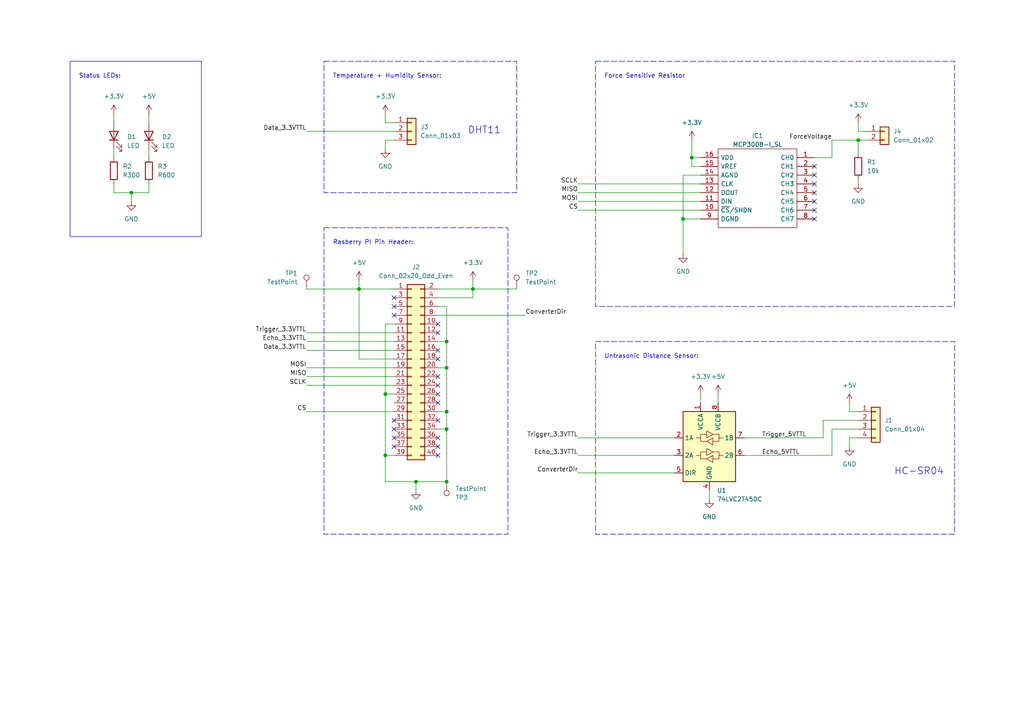
<source format=kicad_sch>
(kicad_sch (version 20230121) (generator eeschema)
  (paper "A4")
  (lib_symbols
    (symbol "Analog_ADC:MCP3008-I_SL" (pin_names (offset 0.762))
      (property "Reference" "IC" (at 29.21 7.62 0))
      (property "Value" "MCP3008-I_SL" (at 29.21 5.08 0))
      (symbol "MCP3008-I_SL_0_0"
        (pin passive line (at 0 0 0) (length 5.08) (name "CH0") (number "1"))
        (pin passive line (at 33.02 -15.24 180) (length 5.08) (name "~{CS}/SHDN") (number "10"))
        (pin passive line (at 33.02 -12.7 180) (length 5.08) (name "DIN") (number "11"))
        (pin passive line (at 33.02 -10.16 180) (length 5.08) (name "DOUT") (number "12"))
        (pin passive line (at 33.02 -7.62 180) (length 5.08) (name "CLK") (number "13"))
        (pin passive line (at 33.02 -5.08 180) (length 5.08) (name "AGND") (number "14"))
        (pin passive line (at 33.02 -2.54 180) (length 5.08) (name "VREF") (number "15"))
        (pin passive line (at 33.02 0 180) (length 5.08) (name "VDD") (number "16"))
        (pin passive line (at 0 -2.54 0) (length 5.08) (name "CH1") (number "2"))
        (pin passive line (at 0 -5.08 0) (length 5.08) (name "CH2") (number "3"))
        (pin passive line (at 0 -7.62 0) (length 5.08) (name "CH3") (number "4"))
        (pin passive line (at 0 -10.16 0) (length 5.08) (name "CH4") (number "5"))
        (pin passive line (at 0 -12.7 0) (length 5.08) (name "CH5") (number "6"))
        (pin passive line (at 0 -15.24 0) (length 5.08) (name "CH6") (number "7"))
        (pin passive line (at 0 -17.78 0) (length 5.08) (name "CH7") (number "8"))
        (pin passive line (at 33.02 -17.78 180) (length 5.08) (name "DGND") (number "9"))
      )
      (symbol "MCP3008-I_SL_0_1"
        (polyline (pts (xy 5.08 2.54) (xy 27.94 2.54) (xy 27.94 -20.32) (xy 5.08 -20.32) (xy 5.08 2.54)) (stroke (width 0.1524)))
      )
    )
    (symbol "Connector:TestPoint" (pin_numbers hide) (pin_names (offset 0.762) hide)
      (property "Reference" "TP" (at 0 6.858 0))
      (property "Value" "TestPoint" (at 0 5.08 0))
      (symbol "TestPoint_0_1"
        (circle (center 0 3.302) (radius 0.762))
      )
      (symbol "TestPoint_1_1"
        (pin passive line (at 0 0 90) (length 2.54) (name "1") (number "1"))
      )
    )
    (symbol "Connector_Generic:Conn_01x02" (pin_names (offset 1.016) hide)
      (property "Reference" "J" (at 0 2.54 0))
      (property "Value" "Conn_01x02" (at 0 -5.08 0))
      (symbol "Conn_01x02_1_1"
        (rectangle (start -1.27 -2.413) (end 0 -2.667) (stroke (width 0.1524)))
        (rectangle (start -1.27 0.127) (end 0 -0.127) (stroke (width 0.1524)))
        (rectangle (start -1.27 1.27) (end 1.27 -3.81) (stroke (width 0.254)) (fill (type background)))
        (pin passive line (at -5.08 0 0) (length 3.81) (name "Pin_1") (number "1"))
        (pin passive line (at -5.08 -2.54 0) (length 3.81) (name "Pin_2") (number "2"))
      )
    )
    (symbol "Connector_Generic:Conn_01x03" (pin_names (offset 1.016) hide)
      (property "Reference" "J" (at 0 5.08 0))
      (property "Value" "Conn_01x03" (at 0 -5.08 0))
      (symbol "Conn_01x03_1_1"
        (rectangle (start -1.27 -2.413) (end 0 -2.667) (stroke (width 0.1524)))
        (rectangle (start -1.27 0.127) (end 0 -0.127) (stroke (width 0.1524)))
        (rectangle (start -1.27 2.667) (end 0 2.413) (stroke (width 0.1524)))
        (rectangle (start -1.27 3.81) (end 1.27 -3.81) (stroke (width 0.254)) (fill (type background)))
        (pin passive line (at -5.08 2.54 0) (length 3.81) (name "Pin_1") (number "1"))
        (pin passive line (at -5.08 0 0) (length 3.81) (name "Pin_2") (number "2"))
        (pin passive line (at -5.08 -2.54 0) (length 3.81) (name "Pin_3") (number "3"))
      )
    )
    (symbol "Connector_Generic:Conn_01x04" (pin_names (offset 1.016) hide)
      (property "Reference" "J" (at 0 5.08 0))
      (property "Value" "Conn_01x04" (at 0 -7.62 0))
      (symbol "Conn_01x04_1_1"
        (rectangle (start -1.27 -4.953) (end 0 -5.207) (stroke (width 0.1524)))
        (rectangle (start -1.27 -2.413) (end 0 -2.667) (stroke (width 0.1524)))
        (rectangle (start -1.27 0.127) (end 0 -0.127) (stroke (width 0.1524)))
        (rectangle (start -1.27 2.667) (end 0 2.413) (stroke (width 0.1524)))
        (rectangle (start -1.27 3.81) (end 1.27 -6.35) (stroke (width 0.254)) (fill (type background)))
        (pin passive line (at -5.08 2.54 0) (length 3.81) (name "Pin_1") (number "1"))
        (pin passive line (at -5.08 0 0) (length 3.81) (name "Pin_2") (number "2"))
        (pin passive line (at -5.08 -2.54 0) (length 3.81) (name "Pin_3") (number "3"))
        (pin passive line (at -5.08 -5.08 0) (length 3.81) (name "Pin_4") (number "4"))
      )
    )
    (symbol "Connector_Generic:Conn_02x20_Odd_Even" (pin_names (offset 1.016) hide)
      (property "Reference" "J" (at 1.27 25.4 0))
      (property "Value" "Conn_02x20_Odd_Even" (at 1.27 -27.94 0))
      (symbol "Conn_02x20_Odd_Even_1_1"
        (rectangle (start -1.27 -25.273) (end 0 -25.527) (stroke (width 0.1524)))
        (rectangle (start -1.27 -22.733) (end 0 -22.987) (stroke (width 0.1524)))
        (rectangle (start -1.27 -20.193) (end 0 -20.447) (stroke (width 0.1524)))
        (rectangle (start -1.27 -17.653) (end 0 -17.907) (stroke (width 0.1524)))
        (rectangle (start -1.27 -15.113) (end 0 -15.367) (stroke (width 0.1524)))
        (rectangle (start -1.27 -12.573) (end 0 -12.827) (stroke (width 0.1524)))
        (rectangle (start -1.27 -10.033) (end 0 -10.287) (stroke (width 0.1524)))
        (rectangle (start -1.27 -7.493) (end 0 -7.747) (stroke (width 0.1524)))
        (rectangle (start -1.27 -4.953) (end 0 -5.207) (stroke (width 0.1524)))
        (rectangle (start -1.27 -2.413) (end 0 -2.667) (stroke (width 0.1524)))
        (rectangle (start -1.27 0.127) (end 0 -0.127) (stroke (width 0.1524)))
        (rectangle (start -1.27 2.667) (end 0 2.413) (stroke (width 0.1524)))
        (rectangle (start -1.27 5.207) (end 0 4.953) (stroke (width 0.1524)))
        (rectangle (start -1.27 7.747) (end 0 7.493) (stroke (width 0.1524)))
        (rectangle (start -1.27 10.287) (end 0 10.033) (stroke (width 0.1524)))
        (rectangle (start -1.27 12.827) (end 0 12.573) (stroke (width 0.1524)))
        (rectangle (start -1.27 15.367) (end 0 15.113) (stroke (width 0.1524)))
        (rectangle (start -1.27 17.907) (end 0 17.653) (stroke (width 0.1524)))
        (rectangle (start -1.27 20.447) (end 0 20.193) (stroke (width 0.1524)))
        (rectangle (start -1.27 22.987) (end 0 22.733) (stroke (width 0.1524)))
        (rectangle (start -1.27 24.13) (end 3.81 -26.67) (stroke (width 0.254)) (fill (type background)))
        (rectangle (start 3.81 -25.273) (end 2.54 -25.527) (stroke (width 0.1524)))
        (rectangle (start 3.81 -22.733) (end 2.54 -22.987) (stroke (width 0.1524)))
        (rectangle (start 3.81 -20.193) (end 2.54 -20.447) (stroke (width 0.1524)))
        (rectangle (start 3.81 -17.653) (end 2.54 -17.907) (stroke (width 0.1524)))
        (rectangle (start 3.81 -15.113) (end 2.54 -15.367) (stroke (width 0.1524)))
        (rectangle (start 3.81 -12.573) (end 2.54 -12.827) (stroke (width 0.1524)))
        (rectangle (start 3.81 -10.033) (end 2.54 -10.287) (stroke (width 0.1524)))
        (rectangle (start 3.81 -7.493) (end 2.54 -7.747) (stroke (width 0.1524)))
        (rectangle (start 3.81 -4.953) (end 2.54 -5.207) (stroke (width 0.1524)))
        (rectangle (start 3.81 -2.413) (end 2.54 -2.667) (stroke (width 0.1524)))
        (rectangle (start 3.81 0.127) (end 2.54 -0.127) (stroke (width 0.1524)))
        (rectangle (start 3.81 2.667) (end 2.54 2.413) (stroke (width 0.1524)))
        (rectangle (start 3.81 5.207) (end 2.54 4.953) (stroke (width 0.1524)))
        (rectangle (start 3.81 7.747) (end 2.54 7.493) (stroke (width 0.1524)))
        (rectangle (start 3.81 10.287) (end 2.54 10.033) (stroke (width 0.1524)))
        (rectangle (start 3.81 12.827) (end 2.54 12.573) (stroke (width 0.1524)))
        (rectangle (start 3.81 15.367) (end 2.54 15.113) (stroke (width 0.1524)))
        (rectangle (start 3.81 17.907) (end 2.54 17.653) (stroke (width 0.1524)))
        (rectangle (start 3.81 20.447) (end 2.54 20.193) (stroke (width 0.1524)))
        (rectangle (start 3.81 22.987) (end 2.54 22.733) (stroke (width 0.1524)))
        (pin passive line (at -5.08 22.86 0) (length 3.81) (name "Pin_1") (number "1"))
        (pin passive line (at 7.62 12.7 180) (length 3.81) (name "Pin_10") (number "10"))
        (pin passive line (at -5.08 10.16 0) (length 3.81) (name "Pin_11") (number "11"))
        (pin passive line (at 7.62 10.16 180) (length 3.81) (name "Pin_12") (number "12"))
        (pin passive line (at -5.08 7.62 0) (length 3.81) (name "Pin_13") (number "13"))
        (pin passive line (at 7.62 7.62 180) (length 3.81) (name "Pin_14") (number "14"))
        (pin passive line (at -5.08 5.08 0) (length 3.81) (name "Pin_15") (number "15"))
        (pin passive line (at 7.62 5.08 180) (length 3.81) (name "Pin_16") (number "16"))
        (pin passive line (at -5.08 2.54 0) (length 3.81) (name "Pin_17") (number "17"))
        (pin passive line (at 7.62 2.54 180) (length 3.81) (name "Pin_18") (number "18"))
        (pin passive line (at -5.08 0 0) (length 3.81) (name "Pin_19") (number "19"))
        (pin passive line (at 7.62 22.86 180) (length 3.81) (name "Pin_2") (number "2"))
        (pin passive line (at 7.62 0 180) (length 3.81) (name "Pin_20") (number "20"))
        (pin passive line (at -5.08 -2.54 0) (length 3.81) (name "Pin_21") (number "21"))
        (pin passive line (at 7.62 -2.54 180) (length 3.81) (name "Pin_22") (number "22"))
        (pin passive line (at -5.08 -5.08 0) (length 3.81) (name "Pin_23") (number "23"))
        (pin passive line (at 7.62 -5.08 180) (length 3.81) (name "Pin_24") (number "24"))
        (pin passive line (at -5.08 -7.62 0) (length 3.81) (name "Pin_25") (number "25"))
        (pin passive line (at 7.62 -7.62 180) (length 3.81) (name "Pin_26") (number "26"))
        (pin passive line (at -5.08 -10.16 0) (length 3.81) (name "Pin_27") (number "27"))
        (pin passive line (at 7.62 -10.16 180) (length 3.81) (name "Pin_28") (number "28"))
        (pin passive line (at -5.08 -12.7 0) (length 3.81) (name "Pin_29") (number "29"))
        (pin passive line (at -5.08 20.32 0) (length 3.81) (name "Pin_3") (number "3"))
        (pin passive line (at 7.62 -12.7 180) (length 3.81) (name "Pin_30") (number "30"))
        (pin passive line (at -5.08 -15.24 0) (length 3.81) (name "Pin_31") (number "31"))
        (pin passive line (at 7.62 -15.24 180) (length 3.81) (name "Pin_32") (number "32"))
        (pin passive line (at -5.08 -17.78 0) (length 3.81) (name "Pin_33") (number "33"))
        (pin passive line (at 7.62 -17.78 180) (length 3.81) (name "Pin_34") (number "34"))
        (pin passive line (at -5.08 -20.32 0) (length 3.81) (name "Pin_35") (number "35"))
        (pin passive line (at 7.62 -20.32 180) (length 3.81) (name "Pin_36") (number "36"))
        (pin passive line (at -5.08 -22.86 0) (length 3.81) (name "Pin_37") (number "37"))
        (pin passive line (at 7.62 -22.86 180) (length 3.81) (name "Pin_38") (number "38"))
        (pin passive line (at -5.08 -25.4 0) (length 3.81) (name "Pin_39") (number "39"))
        (pin passive line (at 7.62 20.32 180) (length 3.81) (name "Pin_4") (number "4"))
        (pin passive line (at 7.62 -25.4 180) (length 3.81) (name "Pin_40") (number "40"))
        (pin passive line (at -5.08 17.78 0) (length 3.81) (name "Pin_5") (number "5"))
        (pin passive line (at 7.62 17.78 180) (length 3.81) (name "Pin_6") (number "6"))
        (pin passive line (at -5.08 15.24 0) (length 3.81) (name "Pin_7") (number "7"))
        (pin passive line (at 7.62 15.24 180) (length 3.81) (name "Pin_8") (number "8"))
        (pin passive line (at -5.08 12.7 0) (length 3.81) (name "Pin_9") (number "9"))
      )
    )
    (symbol "Device:LED" (pin_numbers hide) (pin_names (offset 1.016) hide)
      (property "Reference" "D" (at 0 2.54 0))
      (property "Value" "LED" (at 0 -2.54 0))
      (symbol "LED_0_1"
        (polyline (pts (xy -1.27 -1.27) (xy -1.27 1.27)) (stroke (width 0.254)))
        (polyline (pts (xy -1.27 0) (xy 1.27 0)))
        (polyline (pts (xy 1.27 -1.27) (xy 1.27 1.27) (xy -1.27 0) (xy 1.27 -1.27)) (stroke (width 0.254)))
        (polyline (pts (xy -3.048 -0.762) (xy -4.572 -2.286) (xy -3.81 -2.286) (xy -4.572 -2.286) (xy -4.572 -1.524)))
        (polyline (pts (xy -1.778 -0.762) (xy -3.302 -2.286) (xy -2.54 -2.286) (xy -3.302 -2.286) (xy -3.302 -1.524)))
      )
      (symbol "LED_1_1"
        (pin passive line (at -3.81 0 0) (length 2.54) (name "K") (number "1"))
        (pin passive line (at 3.81 0 180) (length 2.54) (name "A") (number "2"))
      )
    )
    (symbol "Device:R" (pin_numbers hide) (pin_names (offset 0))
      (property "Reference" "R" (at 2.032 0 90))
      (property "Value" "R" (at 0 0 90))
      (symbol "R_0_1"
        (rectangle (start -1.016 -2.54) (end 1.016 2.54) (stroke (width 0.254)))
      )
      (symbol "R_1_1"
        (pin passive line (at 0 3.81 270) (length 1.27) (name "~") (number "1"))
        (pin passive line (at 0 -3.81 90) (length 1.27) (name "~") (number "2"))
      )
    )
    (symbol "Logic_LevelTranslator:74LVC2T45DC"
      (property "Reference" "U" (at 6.35 -11.43 0))
      (property "Value" "74LVC2T45DC" (at 10.16 11.43 0))
      (symbol "74LVC2T45DC_1_1"
        (rectangle (start -7.62 10.16) (end 7.62 -10.16) (stroke (width 0.254)) (fill (type background)))
        (polyline (pts (xy -2.54 -2.54) (xy -2.54 -1.524) (xy -0.762 -1.524)))
        (polyline (pts (xy -2.54 2.54) (xy -2.54 3.556) (xy -0.762 3.556)))
        (polyline (pts (xy 2.794 -2.54) (xy 2.794 -3.556) (xy 1.016 -3.556)))
        (polyline (pts (xy 2.794 2.54) (xy 2.794 1.524) (xy 1.016 1.524)))
        (polyline (pts (xy -0.762 -3.556) (xy -2.54 -3.556) (xy -2.54 -2.54) (xy -3.81 -2.54)))
        (polyline (pts (xy -0.762 -2.54) (xy -0.762 -0.508) (xy 1.016 -1.524) (xy -0.762 -2.54)))
        (polyline (pts (xy -0.762 1.524) (xy -2.54 1.524) (xy -2.54 2.54) (xy -3.81 2.54)))
        (polyline (pts (xy -0.762 2.54) (xy -0.762 4.572) (xy 1.016 3.556) (xy -0.762 2.54)))
        (polyline (pts (xy 1.016 -1.524) (xy 2.794 -1.524) (xy 2.794 -2.54) (xy 4.064 -2.54)))
        (polyline (pts (xy 1.016 3.556) (xy 2.794 3.556) (xy 2.794 2.54) (xy 4.064 2.54)))
        (polyline (pts (xy 1.016 -2.54) (xy 1.016 -4.318) (xy 1.016 -4.572) (xy -0.762 -3.556) (xy 1.016 -2.54)))
        (polyline (pts (xy 1.016 2.54) (xy 1.016 0.762) (xy 1.016 0.508) (xy -0.762 1.524) (xy 1.016 2.54)))
        (pin power_in line (at -2.54 12.7 270) (length 2.54) (name "VCCA") (number "1"))
        (pin bidirectional line (at -10.16 2.54 0) (length 2.54) (name "1A") (number "2"))
        (pin bidirectional line (at -10.16 -2.54 0) (length 2.54) (name "2A") (number "3"))
        (pin power_in line (at 0 -12.7 90) (length 2.54) (name "GND") (number "4"))
        (pin input line (at -10.16 -7.62 0) (length 2.54) (name "DIR") (number "5"))
        (pin bidirectional line (at 10.16 -2.54 180) (length 2.54) (name "2B") (number "6"))
        (pin bidirectional line (at 10.16 2.54 180) (length 2.54) (name "1B") (number "7"))
        (pin power_in line (at 2.54 12.7 270) (length 2.54) (name "VCCB") (number "8"))
      )
    )
    (symbol "power:+3.3V" (power) (pin_names (offset 0))
      (property "Value" "+3.3V" (at 0 3.556 0))
      (symbol "+3.3V_0_1"
        (polyline (pts (xy -0.762 1.27) (xy 0 2.54)))
        (polyline (pts (xy 0 0) (xy 0 2.54)))
        (polyline (pts (xy 0 2.54) (xy 0.762 1.27)))
      )
      (symbol "+3.3V_1_1"
        (pin power_in line (at 0 0 90) (length 0) hide (name "+3.3V") (number "1"))
      )
    )
    (symbol "power:+5V" (power) (pin_names (offset 0))
      (property "Value" "+5V" (at 0 3.556 0))
      (symbol "+5V_0_1"
        (polyline (pts (xy -0.762 1.27) (xy 0 2.54)))
        (polyline (pts (xy 0 0) (xy 0 2.54)))
        (polyline (pts (xy 0 2.54) (xy 0.762 1.27)))
      )
      (symbol "+5V_1_1"
        (pin power_in line (at 0 0 90) (length 0) hide (name "+5V") (number "1"))
      )
    )
    (symbol "power:GND" (power) (pin_names (offset 0))
      (property "Value" "GND" (at 0 -3.81 0))
      (symbol "GND_0_1"
        (polyline (pts (xy 0 0) (xy 0 -1.27) (xy 1.27 -1.27) (xy 0 -2.54) (xy -1.27 -1.27) (xy 0 -1.27)))
      )
      (symbol "GND_1_1"
        (pin power_in line (at 0 0 270) (length 0) hide (name "GND") (number "1"))
      )
    )
  )
  (junction (at 129.54 119.38))
  (junction (at 248.92 40.64))
  (junction (at 38.1 55.88))
  (junction (at 129.54 99.06))
  (junction (at 129.54 139.7))
  (junction (at 198.12 63.5))
  (junction (at 111.76 132.08))
  (junction (at 129.54 124.46))
  (junction (at 120.65 139.7))
  (junction (at 129.54 106.68))
  (junction (at 111.76 114.3))
  (junction (at 200.66 45.72))
  (junction (at 104.14 83.82))
  (junction (at 137.16 83.82))
  (no_connect (at 127 127))
  (no_connect (at 114.3 88.9))
  (no_connect (at 127 116.84))
  (no_connect (at 127 104.14))
  (no_connect (at 236.22 58.42))
  (no_connect (at 127 109.22))
  (no_connect (at 114.3 121.92))
  (no_connect (at 236.22 63.5))
  (no_connect (at 127 111.76))
  (no_connect (at 127 129.54))
  (no_connect (at 236.22 60.96))
  (no_connect (at 114.3 86.36))
  (no_connect (at 236.22 50.8))
  (no_connect (at 236.22 48.26))
  (no_connect (at 127 121.92))
  (no_connect (at 127 93.98))
  (no_connect (at 114.3 127))
  (no_connect (at 127 132.08))
  (no_connect (at 236.22 53.34))
  (no_connect (at 114.3 129.54))
  (no_connect (at 114.3 124.46))
  (no_connect (at 114.3 91.44))
  (no_connect (at 127 101.6))
  (no_connect (at 127 96.52))
  (no_connect (at 127 114.3))
  (no_connect (at 236.22 55.88))
  (wire (pts (xy 238.76 127) (xy 238.76 121.92)))
  (wire (pts (xy 198.12 63.5) (xy 198.12 73.66)))
  (wire (pts (xy 88.9 96.52) (xy 114.3 96.52)))
  (polyline (pts (xy 20.32 17.78) (xy 20.32 68.58)))
  (wire (pts (xy 104.14 81.28) (xy 104.14 83.82)))
  (wire (pts (xy 248.92 40.64) (xy 251.46 40.64)))
  (wire (pts (xy 205.74 142.24) (xy 205.74 144.78)))
  (wire (pts (xy 111.76 93.98) (xy 111.76 114.3)))
  (polyline (pts (xy 58.42 68.58) (xy 20.32 68.58)))
  (wire (pts (xy 152.4 91.44) (xy 127 91.44)))
  (wire (pts (xy 43.18 33.02) (xy 43.18 35.56)))
  (wire (pts (xy 248.92 52.07) (xy 248.92 53.34)))
  (wire (pts (xy 236.22 45.72) (xy 241.3 45.72)))
  (wire (pts (xy 248.92 35.56) (xy 248.92 38.1)))
  (wire (pts (xy 111.76 139.7) (xy 111.76 132.08)))
  (wire (pts (xy 43.18 55.88) (xy 43.18 53.34)))
  (wire (pts (xy 203.2 114.3) (xy 203.2 116.84)))
  (wire (pts (xy 248.92 38.1) (xy 251.46 38.1)))
  (wire (pts (xy 33.02 33.02) (xy 33.02 35.56)))
  (polyline (pts (xy 20.32 17.78) (xy 58.42 17.78)))
  (wire (pts (xy 88.9 38.1) (xy 114.3 38.1)))
  (wire (pts (xy 129.54 106.68) (xy 129.54 119.38)))
  (wire (pts (xy 167.64 55.88) (xy 203.2 55.88)))
  (wire (pts (xy 43.18 43.18) (xy 43.18 45.72)))
  (wire (pts (xy 241.3 132.08) (xy 241.3 124.46)))
  (wire (pts (xy 241.3 124.46) (xy 248.92 124.46)))
  (wire (pts (xy 114.3 93.98) (xy 111.76 93.98)))
  (wire (pts (xy 198.12 63.5) (xy 203.2 63.5)))
  (wire (pts (xy 200.66 48.26) (xy 200.66 45.72)))
  (wire (pts (xy 167.64 53.34) (xy 203.2 53.34)))
  (wire (pts (xy 137.16 83.82) (xy 149.86 83.82)))
  (wire (pts (xy 88.9 106.68) (xy 114.3 106.68)))
  (wire (pts (xy 167.64 137.16) (xy 195.58 137.16)))
  (wire (pts (xy 111.76 40.64) (xy 111.76 43.18)))
  (wire (pts (xy 137.16 83.82) (xy 137.16 86.36)))
  (wire (pts (xy 120.65 139.7) (xy 120.65 142.24)))
  (wire (pts (xy 203.2 48.26) (xy 200.66 48.26)))
  (wire (pts (xy 120.65 139.7) (xy 129.54 139.7)))
  (wire (pts (xy 215.9 127) (xy 238.76 127)))
  (wire (pts (xy 111.76 114.3) (xy 111.76 132.08)))
  (wire (pts (xy 129.54 88.9) (xy 129.54 99.06)))
  (wire (pts (xy 215.9 132.08) (xy 241.3 132.08)))
  (wire (pts (xy 200.66 40.64) (xy 200.66 45.72)))
  (wire (pts (xy 137.16 83.82) (xy 127 83.82)))
  (wire (pts (xy 88.9 101.6) (xy 114.3 101.6)))
  (wire (pts (xy 88.9 99.06) (xy 114.3 99.06)))
  (wire (pts (xy 238.76 121.92) (xy 248.92 121.92)))
  (wire (pts (xy 88.9 111.76) (xy 114.3 111.76)))
  (wire (pts (xy 33.02 55.88) (xy 38.1 55.88)))
  (wire (pts (xy 38.1 55.88) (xy 38.1 58.42)))
  (wire (pts (xy 88.9 83.82) (xy 104.14 83.82)))
  (wire (pts (xy 111.76 35.56) (xy 114.3 35.56)))
  (wire (pts (xy 246.38 127) (xy 246.38 129.54)))
  (wire (pts (xy 248.92 127) (xy 246.38 127)))
  (wire (pts (xy 167.64 127) (xy 195.58 127)))
  (wire (pts (xy 137.16 81.28) (xy 137.16 83.82)))
  (wire (pts (xy 241.3 40.64) (xy 248.92 40.64)))
  (wire (pts (xy 114.3 104.14) (xy 104.14 104.14)))
  (wire (pts (xy 88.9 109.22) (xy 114.3 109.22)))
  (wire (pts (xy 208.28 114.3) (xy 208.28 116.84)))
  (wire (pts (xy 111.76 114.3) (xy 114.3 114.3)))
  (wire (pts (xy 127 119.38) (xy 129.54 119.38)))
  (wire (pts (xy 114.3 83.82) (xy 104.14 83.82)))
  (wire (pts (xy 127 99.06) (xy 129.54 99.06)))
  (wire (pts (xy 129.54 124.46) (xy 129.54 139.7)))
  (wire (pts (xy 248.92 40.64) (xy 248.92 44.45)))
  (wire (pts (xy 129.54 119.38) (xy 129.54 124.46)))
  (wire (pts (xy 88.9 119.38) (xy 114.3 119.38)))
  (wire (pts (xy 129.54 99.06) (xy 129.54 106.68)))
  (wire (pts (xy 104.14 104.14) (xy 104.14 83.82)))
  (wire (pts (xy 241.3 45.72) (xy 241.3 40.64)))
  (wire (pts (xy 114.3 40.64) (xy 111.76 40.64)))
  (wire (pts (xy 111.76 33.02) (xy 111.76 35.56)))
  (wire (pts (xy 198.12 50.8) (xy 198.12 63.5)))
  (wire (pts (xy 33.02 53.34) (xy 33.02 55.88)))
  (wire (pts (xy 127 86.36) (xy 137.16 86.36)))
  (wire (pts (xy 246.38 119.38) (xy 248.92 119.38)))
  (wire (pts (xy 111.76 139.7) (xy 120.65 139.7)))
  (wire (pts (xy 33.02 43.18) (xy 33.02 45.72)))
  (wire (pts (xy 203.2 50.8) (xy 198.12 50.8)))
  (wire (pts (xy 167.64 132.08) (xy 195.58 132.08)))
  (wire (pts (xy 167.64 60.96) (xy 203.2 60.96)))
  (wire (pts (xy 38.1 55.88) (xy 43.18 55.88)))
  (wire (pts (xy 200.66 45.72) (xy 203.2 45.72)))
  (polyline (pts (xy 58.42 17.78) (xy 58.42 68.58)))
  (wire (pts (xy 246.38 116.84) (xy 246.38 119.38)))
  (wire (pts (xy 167.64 58.42) (xy 203.2 58.42)))
  (wire (pts (xy 127 124.46) (xy 129.54 124.46)))
  (wire (pts (xy 127 106.68) (xy 129.54 106.68)))
  (wire (pts (xy 111.76 132.08) (xy 114.3 132.08)))
  (wire (pts (xy 127 88.9) (xy 129.54 88.9)))
  (rectangle (start 93.98 17.78) (end 149.86 55.88) (stroke (width 0) (type dash)))
  (rectangle (start 93.98 66.04) (end 147.32 154.94) (stroke (width 0) (type dash)))
  (rectangle (start 172.72 17.78) (end 276.86 88.9) (stroke (width 0) (type dash)))
  (rectangle (start 172.72 99.06) (end 276.86 154.94) (stroke (width 0) (type dash)))
  (text "Untrasonic Distance Sensor:" (at 175.26 104.14 0) (effects (font (size 1.27 1.27)) (justify left bottom)))
  (text "Force Sensitive Resistor" (at 175.26 22.86 0) (effects (font (size 1.27 1.27)) (justify left bottom)))
  (text "Status LEDs:" (at 22.86 22.86 0) (effects (font (size 1.27 1.27)) (justify left bottom)))
  (text "DHT11" (at 135.6713 39.0383 0) (effects (font (size 2 2)) (justify left bottom)))
  (text "Temperature + Humidity Sensor:" (at 96.52 22.86 0) (effects (font (size 1.27 1.27)) (justify left bottom)))
  (text "Rasberry PI Pin Header:" (at 96.52 71.12 0) (effects (font (size 1.27 1.27)) (justify left bottom)))
  (text "HC-SR04" (at 259.3225 137.9406 0) (effects (font (size 2 2)) (justify left bottom)))
  (label "Trigger_3.3VTTL" (at 88.9 96.52 180))
  (label "CS" (at 167.64 60.96 180))
  (label "MOSI" (at 88.9 106.68 180))
  (label "CS" (at 88.9 119.38 180))
  (label "Data_3.3VTTL" (at 88.9 38.1 180))
  (label "ForceVoltage" (at 241.3 40.64 180))
  (label "MISO" (at 88.9 109.22 180))
  (label "SCLK" (at 88.9 111.76 180))
  (label "ConverterDir" (at 167.64 137.16 180))
  (label "MISO" (at 167.64 55.88 180))
  (label "Data_3.3VTTL" (at 88.9 101.6 180))
  (label "Trigger_3.3VTTL" (at 167.64 127 180))
  (label "SCLK" (at 167.64 53.34 180))
  (label "Echo_3.3VTTL" (at 88.9 99.06 180))
  (label "Echo_3.3VTTL" (at 167.64 132.08 180))
  (label "Echo_5VTTL" (at 220.98 132.08 0))
  (label "ConverterDir" (at 152.4 91.44 0))
  (label "Trigger_5VTTL" (at 220.98 127 0))
  (label "MOSI" (at 167.64 58.42 180))
  (symbol (lib_id "power:GND") (at 111.76 43.18 0) (unit 1)
    (property "Reference" "#PWR07" (effects hide))
    (property "Value" "GND" (at 111.76 48.26 0))
  )
  (symbol (lib_id "power:GND") (at 248.92 53.34 0) (unit 1)
    (property "Reference" "#PWR012" (effects hide))
    (property "Value" "GND" (at 248.92 58.42 0))
  )
  (symbol (lib_id "Device:LED") (at 33.02 39.37 90) (unit 1)
    (property "Reference" "D1" (at 36.83 39.6875 90) (effects (justify right)))
    (property "Value" "LED" (at 36.83 42.2275 90) (effects (justify right)))
    (property "Footprint" "LED_SMD:LED_0805_2012Metric" (effects hide))
  )
  (symbol (lib_id "Device:R") (at 43.18 49.53 0) (unit 1)
    (property "Reference" "R3" (at 45.72 48.26 0) (effects (justify left)))
    (property "Value" "R600" (at 45.72 50.8 0) (effects (justify left)))
    (property "Footprint" "Resistor_SMD:R_0805_2012Metric" (effects hide))
  )
  (symbol (lib_id "Connector:TestPoint") (at 149.86 83.82 0) (mirror y) (unit 1)
    (property "Reference" "TP2" (at 152.4 79.248 0) (effects (justify right)))
    (property "Value" "TestPoint" (at 152.4 81.788 0) (effects (justify right)))
    (property "Footprint" "TestPoint:TestPoint_Pad_D3.0mm" (effects hide))
  )
  (symbol (lib_id "power:GND") (at 120.65 142.24 0) (unit 1)
    (property "Reference" "#PWR01" (effects hide))
    (property "Value" "GND" (at 120.65 147.32 0))
  )
  (symbol (lib_id "Analog_ADC:MCP3008-I_SL") (at 236.22 45.72 0) (mirror y) (unit 1)
    (property "Reference" "IC1" (at 219.71 39.37 0))
    (property "Value" "MCP3008-I_SL" (at 219.71 41.91 0))
    (property "Footprint" "Package_DIP:DIP-16_W7.62mm_Socket" (effects hide))
    (property "Datasheet" "https://datasheet.datasheetarchive.com/originals/distributors/Datasheets-DGA17/1031059.pdf" (effects hide))
    (property "Description" "10-bit ADC, 8-channel, SPI Microchip MCP3008-I/SL, 10 bit Serial ADC, Differential Input, 16-Pin SOIC" (effects hide))
    (property "Height" "1.75" (effects hide))
    (property "Manufacturer_Name" "Microchip" (effects hide))
    (property "Manufacturer_Part_Number" "MCP3008-I/SL" (effects hide))
    (property "Mouser Part Number" "579-MCP3008-I/SL" (effects hide))
    (property "Mouser Price/Stock" "https://www.mouser.co.uk/ProductDetail/Microchip-Technology/MCP3008-I-SL?qs=BYQkrObauiuZK6Atf%2FfReA%3D%3D" (effects hide))
    (property "Arrow Part Number" "MCP3008-I/SL" (effects hide))
    (property "Arrow Price/Stock" "https://www.arrow.com/en/products/mcp3008-isl/microchip-technology?region=nac" (effects hide))
  )
  (symbol (lib_id "Connector_Generic:Conn_01x04") (at 254 121.92 0) (unit 1)
    (property "Reference" "J1" (at 256.54 121.92 0) (effects (justify left)))
    (property "Value" "Conn_01x04" (at 256.54 124.46 0) (effects (justify left)))
    (property "Footprint" "Connector_Molex:Molex_KK-254_AE-6410-04A_1x04_P2.54mm_Vertical" (effects hide))
  )
  (symbol (lib_id "power:+5V") (at 246.38 116.84 0) (unit 1)
    (property "Reference" "#PWR04" (effects hide))
    (property "Value" "+5V" (at 246.38 111.76 0))
  )
  (symbol (lib_id "power:+5V") (at 104.14 81.28 0) (mirror y) (unit 1)
    (property "Reference" "#PWR010" (effects hide))
    (property "Value" "+5V" (at 104.14 76.2 0))
  )
  (symbol (lib_id "power:GND") (at 198.12 73.66 0) (unit 1)
    (property "Reference" "#PWR013" (effects hide))
    (property "Value" "GND" (at 198.12 78.74 0))
  )
  (symbol (lib_id "power:GND") (at 246.38 129.54 0) (unit 1)
    (property "Reference" "#PWR03" (effects hide))
    (property "Value" "GND" (at 246.38 134.62 0))
  )
  (symbol (lib_id "power:+5V") (at 43.18 33.02 0) (mirror y) (unit 1)
    (property "Reference" "#PWR017" (effects hide))
    (property "Value" "+5V" (at 43.18 27.94 0))
  )
  (symbol (lib_id "Connector_Generic:Conn_02x20_Odd_Even") (at 119.38 106.68 0) (unit 1)
    (property "Reference" "J2" (at 120.65 77.47 0))
    (property "Value" "Conn_02x20_Odd_Even" (at 120.65 80.01 0))
    (property "Footprint" "Connector_PinSocket_2.54mm:PinSocket_2x20_P2.54mm_Vertical" (effects hide))
  )
  (symbol (lib_id "Connector_Generic:Conn_01x03") (at 119.38 38.1 0) (unit 1)
    (property "Reference" "J3" (at 121.92 36.83 0) (effects (justify left)))
    (property "Value" "Conn_01x03" (at 121.92 39.37 0) (effects (justify left)))
    (property "Footprint" "Connector_Molex:Molex_KK-254_AE-6410-03A_1x03_P2.54mm_Vertical" (effects hide))
  )
  (symbol (lib_id "power:+5V") (at 208.28 114.3 0) (mirror y) (unit 1)
    (property "Reference" "#PWR08" (effects hide))
    (property "Value" "+5V" (at 208.28 109.22 0))
  )
  (symbol (lib_id "power:+3.3V") (at 248.92 35.56 0) (unit 1)
    (property "Reference" "#PWR011" (effects hide))
    (property "Value" "+3.3V" (at 248.92 30.48 0))
  )
  (symbol (lib_id "Connector_Generic:Conn_01x02") (at 256.54 38.1 0) (unit 1)
    (property "Reference" "J4" (at 259.08 38.1 0) (effects (justify left)))
    (property "Value" "Conn_01x02" (at 259.08 40.64 0) (effects (justify left)))
    (property "Footprint" "Connector_Molex:Molex_KK-254_AE-6410-02A_1x02_P2.54mm_Vertical" (effects hide))
  )
  (symbol (lib_id "Device:R") (at 33.02 49.53 0) (unit 1)
    (property "Reference" "R2" (at 35.56 48.26 0) (effects (justify left)))
    (property "Value" "R300" (at 35.56 50.8 0) (effects (justify left)))
    (property "Footprint" "Resistor_SMD:R_0805_2012Metric" (effects hide))
  )
  (symbol (lib_id "Connector:TestPoint") (at 88.9 83.82 0) (unit 1)
    (property "Reference" "TP1" (at 86.36 79.248 0) (effects (justify right)))
    (property "Value" "TestPoint" (at 86.36 81.788 0) (effects (justify right)))
    (property "Footprint" "TestPoint:TestPoint_Pad_D3.0mm" (effects hide))
  )
  (symbol (lib_id "power:+3.3V") (at 203.2 114.3 0) (unit 1)
    (property "Reference" "#PWR09" (effects hide))
    (property "Value" "+3.3V" (at 203.2 109.22 0))
  )
  (symbol (lib_id "Device:LED") (at 43.18 39.37 90) (unit 1)
    (property "Reference" "D2" (at 46.99 39.6875 90) (effects (justify right)))
    (property "Value" "LED" (at 46.99 42.2275 90) (effects (justify right)))
    (property "Footprint" "LED_SMD:LED_0805_2012Metric" (effects hide))
  )
  (symbol (lib_id "Connector:TestPoint") (at 129.54 139.7 180) (unit 1)
    (property "Reference" "TP3" (at 132.08 144.272 0) (effects (justify right)))
    (property "Value" "TestPoint" (at 132.08 141.732 0) (effects (justify right)))
    (property "Footprint" "TestPoint:TestPoint_Pad_D3.0mm" (effects hide))
  )
  (symbol (lib_id "power:GND") (at 38.1 58.42 0) (unit 1)
    (property "Reference" "#PWR015" (effects hide))
    (property "Value" "GND" (at 38.1 63.5 0))
  )
  (symbol (lib_id "power:+3.3V") (at 137.16 81.28 0) (unit 1)
    (property "Reference" "#PWR02" (effects hide))
    (property "Value" "+3.3V" (at 137.16 76.2 0))
  )
  (symbol (lib_id "power:+3.3V") (at 200.66 40.64 0) (unit 1)
    (property "Reference" "#PWR014" (effects hide))
    (property "Value" "+3.3V" (at 200.66 35.56 0))
  )
  (symbol (lib_id "power:+3.3V") (at 33.02 33.02 0) (unit 1)
    (property "Reference" "#PWR016" (effects hide))
    (property "Value" "+3.3V" (at 33.02 27.94 0))
  )
  (symbol (lib_id "Logic_LevelTranslator:74LVC2T45DC") (at 205.74 129.54 0) (unit 1)
    (property "Reference" "U1" (at 207.9341 142.24 0) (effects (justify left)))
    (property "Value" "74LVC2T45DC" (at 207.9341 144.78 0) (effects (justify left)))
    (property "Footprint" "Package_SO:VSSOP-8_2.3x2mm_P0.5mm" (effects hide))
    (property "Datasheet" "https://assets.nexperia.com/documents/data-sheet/74LVC_LVCH2T45.pdf" (effects hide))
  )
  (symbol (lib_id "power:GND") (at 205.74 144.78 0) (unit 1)
    (property "Reference" "#PWR06" (effects hide))
    (property "Value" "GND" (at 205.74 149.86 0))
  )
  (symbol (lib_id "Device:R") (at 248.92 48.26 180) (unit 1)
    (property "Reference" "R1" (at 251.46 46.99 0) (effects (justify right)))
    (property "Value" "10k" (at 251.46 49.53 0) (effects (justify right)))
    (property "Footprint" "Resistor_SMD:R_0805_2012Metric" (effects hide))
  )
  (symbol (lib_id "power:+3.3V") (at 111.76 33.02 0) (unit 1)
    (property "Reference" "#PWR05" (effects hide))
    (property "Value" "+3.3V" (at 111.76 27.94 0))
  )
)
</source>
